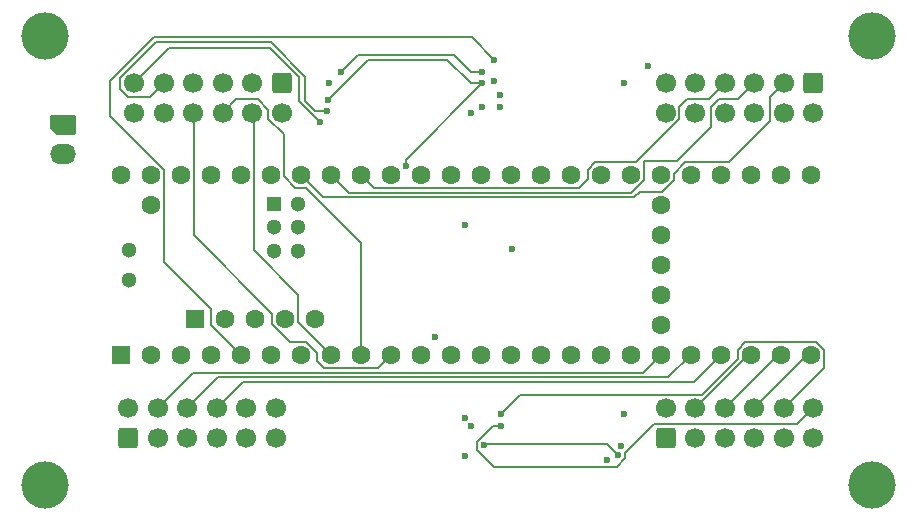
<source format=gbr>
%TF.GenerationSoftware,KiCad,Pcbnew,8.0.9-8.0.9-0~ubuntu22.04.1*%
%TF.CreationDate,2025-03-21T08:59:58-04:00*%
%TF.ProjectId,WS_Wheel_PCB,57535f57-6865-4656-9c5f-5043422e6b69,rev?*%
%TF.SameCoordinates,Original*%
%TF.FileFunction,Copper,L2,Inr*%
%TF.FilePolarity,Positive*%
%FSLAX46Y46*%
G04 Gerber Fmt 4.6, Leading zero omitted, Abs format (unit mm)*
G04 Created by KiCad (PCBNEW 8.0.9-8.0.9-0~ubuntu22.04.1) date 2025-03-21 08:59:58*
%MOMM*%
%LPD*%
G01*
G04 APERTURE LIST*
G04 Aperture macros list*
%AMRoundRect*
0 Rectangle with rounded corners*
0 $1 Rounding radius*
0 $2 $3 $4 $5 $6 $7 $8 $9 X,Y pos of 4 corners*
0 Add a 4 corners polygon primitive as box body*
4,1,4,$2,$3,$4,$5,$6,$7,$8,$9,$2,$3,0*
0 Add four circle primitives for the rounded corners*
1,1,$1+$1,$2,$3*
1,1,$1+$1,$4,$5*
1,1,$1+$1,$6,$7*
1,1,$1+$1,$8,$9*
0 Add four rect primitives between the rounded corners*
20,1,$1+$1,$2,$3,$4,$5,0*
20,1,$1+$1,$4,$5,$6,$7,0*
20,1,$1+$1,$6,$7,$8,$9,0*
20,1,$1+$1,$8,$9,$2,$3,0*%
%AMFreePoly0*
4,1,22,0.945671,0.830970,1.026777,0.776777,1.080970,0.695671,1.100000,0.600000,1.100000,-0.600000,1.080970,-0.695671,1.026777,-0.776777,0.945671,-0.830970,0.850000,-0.850000,-0.450000,-0.850000,-0.545671,-0.830970,-0.626777,-0.776777,-1.026777,-0.376777,-1.080970,-0.295671,-1.100000,-0.200000,-1.100000,0.600000,-1.080970,0.695671,-1.026777,0.776777,-0.945671,0.830970,-0.850000,0.850000,
0.850000,0.850000,0.945671,0.830970,0.945671,0.830970,$1*%
G04 Aperture macros list end*
%TA.AperFunction,ComponentPad*%
%ADD10R,1.600000X1.600000*%
%TD*%
%TA.AperFunction,ComponentPad*%
%ADD11C,1.600000*%
%TD*%
%TA.AperFunction,ComponentPad*%
%ADD12R,1.300000X1.300000*%
%TD*%
%TA.AperFunction,ComponentPad*%
%ADD13C,1.300000*%
%TD*%
%TA.AperFunction,ComponentPad*%
%ADD14FreePoly0,0.000000*%
%TD*%
%TA.AperFunction,ComponentPad*%
%ADD15O,2.200000X1.700000*%
%TD*%
%TA.AperFunction,ComponentPad*%
%ADD16RoundRect,0.250000X-0.600000X0.600000X-0.600000X-0.600000X0.600000X-0.600000X0.600000X0.600000X0*%
%TD*%
%TA.AperFunction,ComponentPad*%
%ADD17C,1.700000*%
%TD*%
%TA.AperFunction,ComponentPad*%
%ADD18RoundRect,0.250000X0.600000X-0.600000X0.600000X0.600000X-0.600000X0.600000X-0.600000X-0.600000X0*%
%TD*%
%TA.AperFunction,ViaPad*%
%ADD19C,4.000000*%
%TD*%
%TA.AperFunction,ViaPad*%
%ADD20C,0.600000*%
%TD*%
%TA.AperFunction,Conductor*%
%ADD21C,0.200000*%
%TD*%
G04 APERTURE END LIST*
D10*
%TO.N,unconnected-(U1-GND-Pad1)*%
%TO.C,U1*%
X118380000Y-70000000D03*
D11*
%TO.N,unconnected-(U1-0_RX1_CRX2_CS1-Pad2)*%
X120920000Y-70000000D03*
%TO.N,unconnected-(U1-1_TX1_CTX2_MISO1-Pad3)*%
X123460000Y-70000000D03*
%TO.N,Net-(LS1-SS{slash})*%
X126000000Y-70000000D03*
%TO.N,Net-(LS2-SS{slash})*%
X128540000Y-70000000D03*
%TO.N,Net-(LS4-SS{slash})*%
X131080000Y-70000000D03*
%TO.N,Net-(LS3-SS{slash})*%
X133620000Y-70000000D03*
%TO.N,Net-(C1-ENy)*%
X136160000Y-70000000D03*
%TO.N,Net-(C1-DirAy)*%
X138700000Y-70000000D03*
%TO.N,Net-(C1-DirBy)*%
X141240000Y-70000000D03*
%TO.N,unconnected-(U1-9_OUT1C-Pad11)*%
X143780000Y-70000000D03*
%TO.N,unconnected-(U1-10_CS_MQSR-Pad12)*%
X146320000Y-70000000D03*
%TO.N,Net-(LS1-MOSI)*%
X148860000Y-70000000D03*
%TO.N,Net-(LS1-MISO)*%
X151400000Y-70000000D03*
%TO.N,Net-(C1-3v3)*%
X153940000Y-70000000D03*
%TO.N,Net-(C2-ENy)*%
X156480000Y-70000000D03*
%TO.N,Net-(C2-DirAy)*%
X159020000Y-70000000D03*
%TO.N,Net-(C2-DirBy)*%
X161560000Y-70000000D03*
%TO.N,Net-(C3-ENy)*%
X164100000Y-70000000D03*
%TO.N,Net-(C3-DirAy)*%
X166640000Y-70000000D03*
%TO.N,Net-(C3-DirBy)*%
X169180000Y-70000000D03*
%TO.N,Net-(C4-ENy)*%
X171720000Y-70000000D03*
%TO.N,Net-(C4-DirAy)*%
X174260000Y-70000000D03*
%TO.N,Net-(C4-DirBy)*%
X176800000Y-70000000D03*
%TO.N,unconnected-(U1-33_MCLK2-Pad25)*%
X176800000Y-54760000D03*
%TO.N,unconnected-(U1-34_RX8-Pad26)*%
X174260000Y-54760000D03*
%TO.N,unconnected-(U1-35_TX8-Pad27)*%
X171720000Y-54760000D03*
%TO.N,unconnected-(U1-36_CS-Pad28)*%
X169180000Y-54760000D03*
%TO.N,unconnected-(U1-37_CS-Pad29)*%
X166640000Y-54760000D03*
%TO.N,Net-(C3-DirBx)*%
X164100000Y-54760000D03*
%TO.N,Net-(C4-DirBx)*%
X161560000Y-54760000D03*
%TO.N,Net-(C4-DirAx)*%
X159020000Y-54760000D03*
%TO.N,Net-(C4-ENx)*%
X156480000Y-54760000D03*
%TO.N,Net-(C1-GND)*%
X153940000Y-54760000D03*
%TO.N,Net-(LS1-SCK)*%
X151400000Y-54760000D03*
%TO.N,unconnected-(U1-14_A0_TX3_SPDIF_OUT-Pad36)*%
X148860000Y-54760000D03*
%TO.N,unconnected-(U1-15_A1_RX3_SPDIF_IN-Pad37)*%
X146320000Y-54760000D03*
%TO.N,Net-(C3-DirAx)*%
X143780000Y-54760000D03*
%TO.N,Net-(C3-ENx)*%
X141240000Y-54760000D03*
%TO.N,Net-(C2-DirBx)*%
X138700000Y-54760000D03*
%TO.N,Net-(C2-DirAx)*%
X136160000Y-54760000D03*
%TO.N,Net-(C2-ENx)*%
X133620000Y-54760000D03*
%TO.N,Net-(C1-DirBx)*%
X131080000Y-54760000D03*
%TO.N,Net-(C1-DirAx)*%
X128540000Y-54760000D03*
%TO.N,Net-(C1-ENx)*%
X126000000Y-54760000D03*
%TO.N,unconnected-(U1-3V3-Pad46)*%
X123460000Y-54760000D03*
%TO.N,Net-(J1-Pin_1)*%
X120920000Y-54760000D03*
%TO.N,Net-(J1-Pin_2)*%
X118380000Y-54760000D03*
%TO.N,unconnected-(U1-VUSB-Pad49)*%
X120920000Y-57300000D03*
%TO.N,unconnected-(U1-VBAT-Pad50)*%
X164100000Y-67460000D03*
%TO.N,unconnected-(U1-3V3-Pad51)*%
X164100000Y-64920000D03*
%TO.N,unconnected-(U1-GND-Pad52)*%
X164100000Y-62380000D03*
%TO.N,unconnected-(U1-PROGRAM-Pad53)*%
X164100000Y-59840000D03*
%TO.N,unconnected-(U1-ON_OFF-Pad54)*%
X164100000Y-57300000D03*
D10*
%TO.N,unconnected-(U1-5V-Pad55)*%
X124679200Y-66949200D03*
D11*
%TO.N,unconnected-(U1-D--Pad56)*%
X127219200Y-66949200D03*
%TO.N,unconnected-(U1-D+-Pad57)*%
X129759200Y-66949200D03*
%TO.N,unconnected-(U1-GND-Pad58)*%
X132299200Y-66949200D03*
%TO.N,unconnected-(U1-GND-Pad59)*%
X134839200Y-66949200D03*
D12*
%TO.N,unconnected-(U1-R+-Pad60)*%
X131350000Y-57198400D03*
D13*
%TO.N,unconnected-(U1-LED-Pad61)*%
X131350000Y-59198400D03*
%TO.N,unconnected-(U1-T--Pad62)*%
X131350000Y-61198400D03*
%TO.N,unconnected-(U1-T+-Pad63)*%
X133350000Y-61198400D03*
%TO.N,unconnected-(U1-GND-Pad64)*%
X133350000Y-59198400D03*
%TO.N,unconnected-(U1-R--Pad65)*%
X133350000Y-57198400D03*
%TO.N,unconnected-(U1-D--Pad66)*%
X119110000Y-61110000D03*
%TO.N,unconnected-(U1-D+-Pad67)*%
X119110000Y-63650000D03*
%TD*%
D14*
%TO.N,Net-(J1-Pin_1)*%
%TO.C,J1*%
X113500000Y-50500000D03*
D15*
%TO.N,Net-(J1-Pin_2)*%
X113500000Y-53000000D03*
%TD*%
D16*
%TO.N,Net-(C1-3v3)*%
%TO.C,C2*%
X177000000Y-47000000D03*
D17*
%TO.N,Net-(C2-ENx)*%
X174500000Y-47000000D03*
%TO.N,Net-(C2-DirAx)*%
X172000000Y-47000000D03*
%TO.N,Net-(C2-DirBx)*%
X169500000Y-47000000D03*
%TO.N,Net-(C2-EncAx)*%
X167000000Y-47000000D03*
%TO.N,Net-(C2-EncBx)*%
X164500000Y-47000000D03*
%TO.N,Net-(C1-GND)*%
X177000000Y-49500000D03*
%TO.N,Net-(C2-ENy)*%
X174500000Y-49500000D03*
%TO.N,Net-(C2-DirAy)*%
X172000000Y-49500000D03*
%TO.N,Net-(C2-DirBy)*%
X169500000Y-49500000D03*
%TO.N,Net-(C2-EncAy)*%
X167000000Y-49500000D03*
%TO.N,Net-(C2-EncBy)*%
X164500000Y-49500000D03*
%TD*%
D16*
%TO.N,Net-(C1-3v3)*%
%TO.C,C1*%
X132000000Y-47000000D03*
D17*
%TO.N,Net-(C1-ENx)*%
X129500000Y-47000000D03*
%TO.N,Net-(C1-DirAx)*%
X127000000Y-47000000D03*
%TO.N,Net-(C1-DirBx)*%
X124500000Y-47000000D03*
%TO.N,Net-(C1-EncAx)*%
X122000000Y-47000000D03*
%TO.N,Net-(C1-EncBx)*%
X119500000Y-47000000D03*
%TO.N,Net-(C1-GND)*%
X132000000Y-49500000D03*
%TO.N,Net-(C1-ENy)*%
X129500000Y-49500000D03*
%TO.N,Net-(C1-DirAy)*%
X127000000Y-49500000D03*
%TO.N,Net-(C1-DirBy)*%
X124500000Y-49500000D03*
%TO.N,Net-(C1-EncAy)*%
X122000000Y-49500000D03*
%TO.N,Net-(C1-EncBy)*%
X119500000Y-49500000D03*
%TD*%
D18*
%TO.N,Net-(C1-3v3)*%
%TO.C,C3*%
X119000000Y-77000000D03*
D17*
%TO.N,Net-(C3-ENx)*%
X121500000Y-77000000D03*
%TO.N,Net-(C3-DirAx)*%
X124000000Y-77000000D03*
%TO.N,Net-(C3-DirBx)*%
X126500000Y-77000000D03*
%TO.N,Net-(C3-EncAx)*%
X129000000Y-77000000D03*
%TO.N,Net-(C3-EncBx)*%
X131500000Y-77000000D03*
%TO.N,Net-(C1-GND)*%
X119000000Y-74500000D03*
%TO.N,Net-(C3-ENy)*%
X121500000Y-74500000D03*
%TO.N,Net-(C3-DirAy)*%
X124000000Y-74500000D03*
%TO.N,Net-(C3-DirBy)*%
X126500000Y-74500000D03*
%TO.N,Net-(C3-EncAy)*%
X129000000Y-74500000D03*
%TO.N,Net-(C3-EncBy)*%
X131500000Y-74500000D03*
%TD*%
D18*
%TO.N,Net-(C1-3v3)*%
%TO.C,C4*%
X164500000Y-77000000D03*
D17*
%TO.N,Net-(C4-ENx)*%
X167000000Y-77000000D03*
%TO.N,Net-(C4-DirAx)*%
X169500000Y-77000000D03*
%TO.N,Net-(C4-DirBx)*%
X172000000Y-77000000D03*
%TO.N,Net-(C4-EncAx)*%
X174500000Y-77000000D03*
%TO.N,Net-(C4-EncBx)*%
X177000000Y-77000000D03*
%TO.N,Net-(C1-GND)*%
X164500000Y-74500000D03*
%TO.N,Net-(C4-ENy)*%
X167000000Y-74500000D03*
%TO.N,Net-(C4-DirAy)*%
X169500000Y-74500000D03*
%TO.N,Net-(C4-DirBy)*%
X172000000Y-74500000D03*
%TO.N,Net-(C4-EncAy)*%
X174500000Y-74500000D03*
%TO.N,Net-(C4-EncBy)*%
X177000000Y-74500000D03*
%TD*%
D19*
%TO.N,*%
X112000000Y-43000000D03*
X112000000Y-81000000D03*
X182000000Y-81000000D03*
X182000000Y-43000000D03*
D20*
%TO.N,Net-(C1-EncAx)*%
X135837438Y-49314035D03*
%TO.N,Net-(C1-GND)*%
X145000000Y-68500000D03*
%TO.N,Net-(C1-EncAy)*%
X148000000Y-49500000D03*
%TO.N,Net-(C1-EncBx)*%
X135237438Y-50262562D03*
%TO.N,Net-(C1-EncBy)*%
X149000000Y-49000000D03*
%TO.N,Net-(C4-EncBx)*%
X160960000Y-75000000D03*
%TO.N,Net-(C2-EncAx)*%
X163000000Y-45500000D03*
X150500000Y-48000000D03*
%TO.N,Net-(C3-EncBx)*%
X147529271Y-75334129D03*
%TO.N,Net-(C3-EncAx)*%
X148000000Y-76000000D03*
%TO.N,Net-(C4-EncAy)*%
X150560000Y-75000000D03*
%TO.N,Net-(C4-EncBy)*%
X150560000Y-76000000D03*
%TO.N,Net-(LS1-MISO)*%
X150000000Y-46800000D03*
X136000000Y-47000000D03*
X147500000Y-59000000D03*
%TO.N,Net-(LS1-SCK)*%
X151500000Y-61000000D03*
X160500000Y-78487868D03*
X137000000Y-46050000D03*
X149102608Y-77625000D03*
X149000000Y-46000000D03*
%TO.N,Net-(LS1-MOSI)*%
X149000000Y-47000000D03*
X142488235Y-54011765D03*
X135884897Y-48418047D03*
X160758533Y-77730791D03*
%TO.N,Net-(LS2-SS{slash})*%
X150000000Y-45000000D03*
%TO.N,Net-(LS3-SS{slash})*%
X147500000Y-78525000D03*
%TO.N,Net-(LS4-SS{slash})*%
X159500000Y-78900000D03*
%TO.N,Net-(C2-EncBx)*%
X161000000Y-47000000D03*
X150500000Y-49000000D03*
%TD*%
D21*
%TO.N,Net-(C1-EncAx)*%
X118350000Y-47476346D02*
X119023654Y-48150000D01*
X134000000Y-48459438D02*
X134000000Y-46434314D01*
X119023654Y-48150000D02*
X120850000Y-48150000D01*
X118350000Y-46523654D02*
X118350000Y-47476346D01*
X135837438Y-49314035D02*
X134854597Y-49314035D01*
X134854597Y-49314035D02*
X134000000Y-48459438D01*
X121373654Y-43500000D02*
X118350000Y-46523654D01*
X131065686Y-43500000D02*
X121373654Y-43500000D01*
X120850000Y-48150000D02*
X122000000Y-47000000D01*
X134000000Y-46434314D02*
X131065686Y-43500000D01*
%TO.N,Net-(C1-EncBx)*%
X133500000Y-48525124D02*
X133500000Y-46500000D01*
X135237438Y-50262562D02*
X133500000Y-48525124D01*
X122500000Y-44000000D02*
X119500000Y-47000000D01*
X131000000Y-44000000D02*
X122500000Y-44000000D01*
X133500000Y-46500000D02*
X131000000Y-44000000D01*
%TO.N,Net-(C2-DirBx)*%
X157140000Y-55860000D02*
X139800000Y-55860000D01*
X158564365Y-53660000D02*
X157920000Y-54304365D01*
X157920000Y-54304365D02*
X157920000Y-55080000D01*
X161966346Y-53660000D02*
X158564365Y-53660000D01*
X157920000Y-55080000D02*
X157140000Y-55860000D01*
X166323654Y-48350000D02*
X165650000Y-49023654D01*
X139800000Y-55860000D02*
X138700000Y-54760000D01*
X165650000Y-49023654D02*
X165650000Y-49976346D01*
X168150000Y-48350000D02*
X166323654Y-48350000D01*
X165650000Y-49976346D02*
X161966346Y-53660000D01*
X169500000Y-47000000D02*
X168150000Y-48350000D01*
%TO.N,Net-(C4-EncAy)*%
X177255635Y-68900000D02*
X177900000Y-69544365D01*
X171264365Y-68900000D02*
X177255635Y-68900000D01*
X177900000Y-69544365D02*
X177900000Y-71100000D01*
X177900000Y-71100000D02*
X174500000Y-74500000D01*
X150560000Y-75000000D02*
X152210000Y-73350000D01*
X170620000Y-69544365D02*
X171264365Y-68900000D01*
X170620000Y-70314314D02*
X170620000Y-69544365D01*
X167584314Y-73350000D02*
X170620000Y-70314314D01*
X152210000Y-73350000D02*
X167584314Y-73350000D01*
%TO.N,Net-(C4-EncBy)*%
X150000000Y-79500000D02*
X148500000Y-78000000D01*
X177000000Y-74500000D02*
X175650000Y-75850000D01*
X161100000Y-78251471D02*
X161100000Y-78748529D01*
X160348529Y-79500000D02*
X150000000Y-79500000D01*
X148500000Y-77379079D02*
X149879079Y-76000000D01*
X148500000Y-78000000D02*
X148500000Y-77379079D01*
X149879079Y-76000000D02*
X150560000Y-76000000D01*
X161100000Y-78748529D02*
X160348529Y-79500000D01*
X163501471Y-75850000D02*
X161100000Y-78251471D01*
X175650000Y-75850000D02*
X163501471Y-75850000D01*
%TO.N,Net-(LS1-SCK)*%
X137000000Y-46050000D02*
X138450000Y-44600000D01*
X149227608Y-77500000D02*
X149102608Y-77625000D01*
X138450000Y-44600000D02*
X146600000Y-44600000D01*
X148000000Y-46000000D02*
X149000000Y-46000000D01*
X160500000Y-78487868D02*
X159512132Y-77500000D01*
X159512132Y-77500000D02*
X149227608Y-77500000D01*
X146600000Y-44600000D02*
X148000000Y-46000000D01*
%TO.N,Net-(LS1-MOSI)*%
X142488235Y-53511765D02*
X142488235Y-54011765D01*
X135884897Y-48387080D02*
X139271977Y-45000000D01*
X148000000Y-47000000D02*
X149000000Y-47000000D01*
X149000000Y-47000000D02*
X142488235Y-53511765D01*
X146000000Y-45000000D02*
X148000000Y-47000000D01*
X139271977Y-45000000D02*
X146000000Y-45000000D01*
X135884897Y-48418047D02*
X135884897Y-48387080D01*
%TO.N,Net-(LS2-SS{slash})*%
X117500000Y-49784365D02*
X122020000Y-54304365D01*
X117500000Y-46807968D02*
X117500000Y-49784365D01*
X121207968Y-43100000D02*
X117500000Y-46807968D01*
X150000000Y-45000000D02*
X148100000Y-43100000D01*
X126000000Y-67460000D02*
X128540000Y-70000000D01*
X122020000Y-54304365D02*
X122020000Y-62090000D01*
X148100000Y-43100000D02*
X121207968Y-43100000D01*
X126000000Y-66070000D02*
X126000000Y-67460000D01*
X122020000Y-62090000D02*
X126000000Y-66070000D01*
%TO.N,Net-(C1-DirBy)*%
X131199200Y-66493565D02*
X131199200Y-67404835D01*
X124560000Y-59854365D02*
X131199200Y-66493565D01*
X124560000Y-49560000D02*
X124560000Y-59854365D01*
X132694365Y-68900000D02*
X134075635Y-68900000D01*
X135600000Y-71100000D02*
X140140000Y-71100000D01*
X124500000Y-49500000D02*
X124560000Y-49560000D01*
X135000000Y-69824365D02*
X135000000Y-70500000D01*
X140140000Y-71100000D02*
X141240000Y-70000000D01*
X134075635Y-68900000D02*
X135000000Y-69824365D01*
X131199200Y-67404835D02*
X132694365Y-68900000D01*
X135000000Y-70500000D02*
X135600000Y-71100000D01*
%TO.N,Net-(C1-ENy)*%
X133399200Y-64899200D02*
X129640000Y-61140000D01*
X129640000Y-49640000D02*
X129500000Y-49500000D01*
X136160000Y-70000000D02*
X133399200Y-67239200D01*
X133399200Y-67239200D02*
X133399200Y-64899200D01*
X129640000Y-61140000D02*
X129640000Y-49640000D01*
%TO.N,Net-(C1-DirAy)*%
X138700000Y-70000000D02*
X138700000Y-60484365D01*
X132180000Y-54875635D02*
X132180000Y-51306346D01*
X129976346Y-48350000D02*
X128150000Y-48350000D01*
X130850000Y-49976346D02*
X130850000Y-49223654D01*
X138700000Y-60484365D02*
X134075635Y-55860000D01*
X130850000Y-49223654D02*
X129976346Y-48350000D01*
X133164365Y-55860000D02*
X132180000Y-54875635D01*
X134075635Y-55860000D02*
X133164365Y-55860000D01*
X128150000Y-48350000D02*
X127000000Y-49500000D01*
X132180000Y-51306346D02*
X130850000Y-49976346D01*
%TO.N,Net-(C2-DirAx)*%
X168350000Y-49023654D02*
X168350000Y-50650000D01*
X165467968Y-53532032D02*
X162660000Y-53532032D01*
X162660000Y-53532032D02*
X162660000Y-55215635D01*
X172000000Y-47000000D02*
X170650000Y-48350000D01*
X162660000Y-55215635D02*
X161615635Y-56260000D01*
X168350000Y-50650000D02*
X165467968Y-53532032D01*
X169023654Y-48350000D02*
X168350000Y-49023654D01*
X161615635Y-56260000D02*
X137660000Y-56260000D01*
X137660000Y-56260000D02*
X136160000Y-54760000D01*
X170650000Y-48350000D02*
X169023654Y-48350000D01*
%TO.N,Net-(C2-ENx)*%
X173350000Y-48150000D02*
X173350000Y-50150000D01*
X173350000Y-50150000D02*
X169840000Y-53660000D01*
X166184365Y-53660000D02*
X165200000Y-54644365D01*
X162300000Y-56200000D02*
X161840000Y-56660000D01*
X169840000Y-53660000D02*
X166184365Y-53660000D01*
X165200000Y-55215635D02*
X164215635Y-56200000D01*
X164215635Y-56200000D02*
X162300000Y-56200000D01*
X135520000Y-56660000D02*
X133620000Y-54760000D01*
X161840000Y-56660000D02*
X135520000Y-56660000D01*
X174500000Y-47000000D02*
X173350000Y-48150000D01*
X165200000Y-54644365D02*
X165200000Y-55215635D01*
%TO.N,Net-(C3-DirAy)*%
X164740000Y-71900000D02*
X166640000Y-70000000D01*
X126600000Y-71900000D02*
X164740000Y-71900000D01*
X124000000Y-74500000D02*
X126600000Y-71900000D01*
%TO.N,Net-(C3-ENy)*%
X124500000Y-71500000D02*
X162600000Y-71500000D01*
X162600000Y-71500000D02*
X164100000Y-70000000D01*
X121500000Y-74500000D02*
X124500000Y-71500000D01*
%TO.N,Net-(C3-DirBy)*%
X128700000Y-72300000D02*
X166880000Y-72300000D01*
X126500000Y-74500000D02*
X128700000Y-72300000D01*
X166880000Y-72300000D02*
X169180000Y-70000000D01*
%TO.N,Net-(C4-ENy)*%
X171500000Y-70000000D02*
X171720000Y-70000000D01*
X167000000Y-74500000D02*
X171500000Y-70000000D01*
%TO.N,Net-(C4-DirBy)*%
X172000000Y-74500000D02*
X176500000Y-70000000D01*
X176500000Y-70000000D02*
X176800000Y-70000000D01*
%TO.N,Net-(C4-DirAy)*%
X174000000Y-70000000D02*
X174260000Y-70000000D01*
X169500000Y-74500000D02*
X174000000Y-70000000D01*
%TD*%
M02*

</source>
